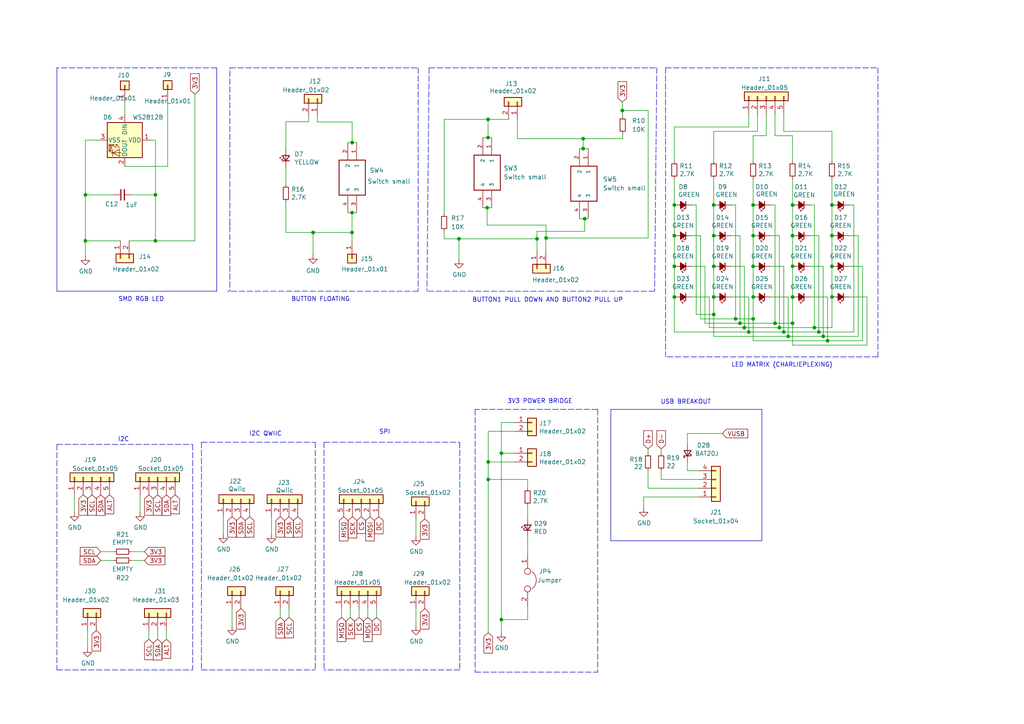
<source format=kicad_sch>
(kicad_sch (version 20230121) (generator eeschema)
  (paper "A4")
  (title_block (title "NEAToBOARD") (date "2023-02-21") (rev "L") (company "halfmarble"))
  (junction (at 45.085 56.515))
  (junction (at 102.1 61.685))
  (junction (at 102.1345 41.365))
  (junction (at 169.1404 40.2165))
  (junction (at 141.605 139.065) (diameter 0.9144))
  (junction (at 237.49 96.2914) (diameter 0.9144))
  (junction (at 145.415 131.445) (diameter 0.9144))
  (junction (at 229.87 86.1314) (diameter 0.9144))
  (junction (at 207.01 91.2114) (diameter 0.9144))
  (junction (at 215.9 95.0214) (diameter 0.9144))
  (junction (at 241.3 59.4614) (diameter 0.9144))
  (junction (at 207.01 59.4614) (diameter 0.9144))
  (junction (at 238.76 97.5614) (diameter 0.9144))
  (junction (at 169.1404 43.12))
  (junction (at 155.7508 69.2722))
  (junction (at 228.6 97.5614) (diameter 0.9144))
  (junction (at 226.06 95.0214) (diameter 0.9144))
  (junction (at 102.1 67.4353))
  (junction (at 195.58 86.1314) (diameter 0.9144))
  (junction (at 141.2874 60.24))
  (junction (at 227.33 96.2914) (diameter 0.9144))
  (junction (at 229.87 77.2414) (diameter 0.9144))
  (junction (at 141.5606 39.92))
  (junction (at 207.01 77.2414) (diameter 0.9144))
  (junction (at 141.5606 34.62))
  (junction (at 218.44 92.4814) (diameter 0.9144))
  (junction (at 24.765 69.85))
  (junction (at 90.8 67.4353))
  (junction (at 133.115 69.2722))
  (junction (at 218.44 86.1314) (diameter 0.9144))
  (junction (at 169.5958 63.44))
  (junction (at 141.605 133.985) (diameter 0.9144))
  (junction (at 158.3923 69.0269))
  (junction (at 180.5 32.0461))
  (junction (at 45.085 69.85))
  (junction (at 214.63 93.7514) (diameter 0.9144))
  (junction (at 24.765 56.515))
  (junction (at 218.44 59.4614) (diameter 0.9144))
  (junction (at 195.58 59.4614) (diameter 0.9144))
  (junction (at 218.44 68.3514) (diameter 0.9144))
  (junction (at 224.79 93.7514) (diameter 0.9144))
  (junction (at 145.415 179.705) (diameter 0.9144))
  (junction (at 218.44 77.2414) (diameter 0.9144))
  (junction (at 229.87 68.3514) (diameter 0.9144))
  (junction (at 236.22 95.0214) (diameter 0.9144))
  (junction (at 240.03 98.8314) (diameter 0.9144))
  (junction (at 229.87 59.4614) (diameter 0.9144))
  (junction (at 207.01 68.3514) (diameter 0.9144))
  (junction (at 229.87 93.7514) (diameter 0.9144))
  (junction (at 241.3 86.1314) (diameter 0.9144))
  (junction (at 195.58 77.2414) (diameter 0.9144))
  (junction (at 241.3 77.2414) (diameter 0.9144))
  (junction (at 241.3 68.3514) (diameter 0.9144))
  (junction (at 217.17 96.2914) (diameter 0.9144))
  (junction (at 207.01 86.1314) (diameter 0.9144))
  (junction (at 213.36 92.4814) (diameter 0.9144))
  (junction (at 195.58 68.3514) (diameter 0.9144))
  (wire (pts (xy 64.77 149.86) (xy 64.77 154.94)))
  (wire (pts (xy 82.92 48.43) (xy 82.92 53.53)))
  (wire (pts (xy 227.33 77.2414) (xy 227.33 96.2914)))
  (wire (pts (xy 229.87 39.37) (xy 229.87 46.7614)))
  (polyline (pts (xy 66.675 56.515) (xy 66.675 84.455)) (stroke (width 0) (type dash)))
  (wire (pts (xy 212.09 68.3514) (xy 214.63 68.3514)))
  (wire (pts (xy 214.63 68.3514) (xy 214.63 93.7514)))
  (wire (pts (xy 38.1 160.02) (xy 41.91 160.02)))
  (wire (pts (xy 40.64 143.51) (xy 40.64 148.59)))
  (wire (pts (xy 213.36 92.4814) (xy 218.44 92.4814)))
  (wire (pts (xy 128.8366 61.0966) (xy 128.8366 34.62)))
  (wire (pts (xy 24.765 56.515) (xy 24.765 69.85)))
  (wire (pts (xy 24.765 40.64) (xy 24.765 56.515)))
  (wire (pts (xy 28.575 40.64) (xy 24.765 40.64)))
  (wire (pts (xy 109.22 176.53) (xy 109.22 179.07)))
  (polyline (pts (xy 58.42 194.31) (xy 91.44 194.31)) (stroke (width 0) (type dash)))
  (wire (pts (xy 217.17 86.1314) (xy 217.17 96.2914)))
  (wire (pts (xy 24.765 69.85) (xy 34.925 69.85)))
  (wire (pts (xy 67.31 181.61) (xy 67.31 176.53)))
  (wire (pts (xy 128.8126 61.9966) (xy 128.8366 61.0966)))
  (wire (pts (xy 102.1345 41.365) (xy 103.425 41.365)))
  (wire (pts (xy 195.58 96.2914) (xy 195.58 86.1314)))
  (polyline (pts (xy 124.46 19.685) (xy 123.825 84.455)) (stroke (width 0) (type dash)))
  (wire (pts (xy 207.01 91.2114) (xy 207.01 86.1314)))
  (polyline (pts (xy 62.865 19.685) (xy 16.51 19.685)) (stroke (width 0) (type dash)))
  (wire (pts (xy 102.1 61.685) (xy 103.425 61.685)))
  (wire (pts (xy 236.22 95.0214) (xy 241.3 95.0214)))
  (wire (pts (xy 187.96 130.175) (xy 187.96 131.445)))
  (polyline (pts (xy 16.51 194.31) (xy 55.88 194.31)) (stroke (width 0) (type dash)))
  (wire (pts (xy 155.775 72.85) (xy 155.7508 72.85)))
  (wire (pts (xy 82.92 58.61) (xy 82.92 67.4353)))
  (wire (pts (xy 207.01 38.1) (xy 207.01 46.7614)))
  (wire (pts (xy 36.195 29.845) (xy 36.195 33.02)))
  (wire (pts (xy 25.4 187.96) (xy 25.4 182.88)))
  (wire (pts (xy 153.035 155.575) (xy 153.035 160.655)))
  (polyline (pts (xy 93.98 128.27) (xy 93.98 194.31)) (stroke (width 0) (type dash)))
  (polyline (pts (xy 190.5 19.685) (xy 189.865 84.455)) (stroke (width 0) (type dash)))
  (wire (pts (xy 180.5 32.8365) (xy 180.6073 33.7365)))
  (wire (pts (xy 90.8 73.9) (xy 90.8 67.4353)))
  (polyline (pts (xy 66.675 64.77) (xy 66.675 65.405)))
  (wire (pts (xy 246.38 59.4614) (xy 247.65 59.4614)))
  (polyline (pts (xy 55.88 128.905) (xy 55.88 194.31)) (stroke (width 0) (type dash)))
  (wire (pts (xy 241.3 95.0214) (xy 241.3 86.1314)))
  (wire (pts (xy 234.95 77.2414) (xy 238.76 77.2414)))
  (wire (pts (xy 200.66 68.3514) (xy 203.2 68.3514)))
  (wire (pts (xy 250.19 98.8314) (xy 240.03 98.8314)))
  (polyline (pts (xy 121.285 19.685) (xy 121.285 84.455)) (stroke (width 0) (type dash)))
  (wire (pts (xy 223.52 68.3514) (xy 226.06 68.3514)))
  (wire (pts (xy 38.1 56.515) (xy 45.085 56.515)))
  (wire (pts (xy 128.8126 69.2722) (xy 133.115 69.2722)))
  (wire (pts (xy 145.415 131.445) (xy 149.225 131.445)))
  (wire (pts (xy 180.5 29.6) (xy 180.5 32.0461)))
  (wire (pts (xy 120.65 181.61) (xy 120.65 176.53)))
  (wire (pts (xy 238.76 97.5614) (xy 228.6 97.5614)))
  (wire (pts (xy 100.885 61.685) (xy 102.1 61.685)))
  (wire (pts (xy 199.39 125.73) (xy 199.39 128.905)))
  (wire (pts (xy 209.55 125.73) (xy 199.39 125.73)))
  (wire (pts (xy 223.52 77.2414) (xy 227.33 77.2414)))
  (wire (pts (xy 153.035 139.065) (xy 141.605 139.065)))
  (wire (pts (xy 78.74 149.86) (xy 78.74 154.94)))
  (wire (pts (xy 215.9 95.0214) (xy 226.06 95.0214)))
  (polyline (pts (xy 62.865 84.455) (xy 16.51 84.455)))
  (polyline (pts (xy 16.51 84.455) (xy 16.51 19.685)))
  (polyline (pts (xy 62.865 19.685) (xy 62.865 84.455)))
  (wire (pts (xy 33.02 162.56) (xy 29.21 162.56)))
  (wire (pts (xy 224.79 93.7514) (xy 229.87 93.7514)))
  (wire (pts (xy 106.68 176.53) (xy 106.68 179.07)))
  (polyline (pts (xy 124.46 19.685) (xy 190.5 19.685)) (stroke (width 0) (type dash)))
  (wire (pts (xy 248.92 68.3514) (xy 248.92 97.5614)))
  (wire (pts (xy 227.33 96.2914) (xy 217.17 96.2914)))
  (polyline (pts (xy 66.675 19.685) (xy 121.285 19.685)) (stroke (width 0) (type dash)))
  (wire (pts (xy 222.25 33.02) (xy 222.25 39.37)))
  (wire (pts (xy 222.25 39.37) (xy 218.44 39.37)))
  (wire (pts (xy 104.14 176.53) (xy 104.14 179.07)))
  (wire (pts (xy 218.44 39.37) (xy 218.44 46.7614)))
  (wire (pts (xy 223.52 86.1314) (xy 228.6 86.1314)))
  (wire (pts (xy 207.01 59.4614) (xy 207.01 68.3514)))
  (polyline (pts (xy 66.675 56.515) (xy 66.675 19.685)) (stroke (width 0) (type dash)))
  (wire (pts (xy 141.605 139.065) (xy 141.605 183.515)))
  (polyline (pts (xy 133.35 128.27) (xy 133.35 194.31)) (stroke (width 0) (type dash)))
  (wire (pts (xy 153.035 139.065) (xy 153.035 141.605)))
  (wire (pts (xy 140.045 60.24) (xy 141.2874 60.24)))
  (polyline (pts (xy 121.285 84.455) (xy 66.04 84.455)) (stroke (width 0) (type dash)))
  (wire (pts (xy 205.74 95.0214) (xy 215.9 95.0214)))
  (wire (pts (xy 169.1404 40.2165) (xy 169.1404 43.12)))
  (wire (pts (xy 102.1345 35.3933) (xy 102.1345 41.365)))
  (wire (pts (xy 246.38 77.2414) (xy 250.19 77.2414)))
  (wire (pts (xy 89.52 33.72) (xy 89.52 35.3069)))
  (wire (pts (xy 224.79 59.4614) (xy 224.79 93.7514)))
  (wire (pts (xy 120.65 150.495) (xy 120.65 155.575)))
  (wire (pts (xy 169.5958 67.1141) (xy 155.7508 67.1141)))
  (wire (pts (xy 202.565 144.145) (xy 186.69 144.145)))
  (wire (pts (xy 186.69 144.145) (xy 186.69 147.32)))
  (wire (pts (xy 92.06 35.3933) (xy 102.1345 35.3933)))
  (wire (pts (xy 141.5606 39.92) (xy 142.585 39.92)))
  (wire (pts (xy 241.3 68.3514) (xy 241.3 77.2414)))
  (wire (pts (xy 195.58 36.83) (xy 195.58 46.7614)))
  (wire (pts (xy 90.8 67.4353) (xy 102.1 67.4353)))
  (wire (pts (xy 187.9951 32.0461) (xy 187.9951 69.0269)))
  (wire (pts (xy 180.5 32.0461) (xy 180.5 32.8365)))
  (wire (pts (xy 153.035 179.705) (xy 145.415 179.705)))
  (wire (pts (xy 241.3 51.8414) (xy 241.3 59.4614)))
  (polyline (pts (xy 91.44 128.27) (xy 91.44 194.31)) (stroke (width 0) (type dash)))
  (wire (pts (xy 217.17 33.02) (xy 217.17 36.83)))
  (wire (pts (xy 217.17 36.83) (xy 195.58 36.83)))
  (wire (pts (xy 218.44 59.4614) (xy 218.44 68.3514)))
  (polyline (pts (xy 173.355 118.745) (xy 173.355 194.945)) (stroke (width 0) (type dash)))
  (wire (pts (xy 203.2 92.4814) (xy 213.36 92.4814)))
  (wire (pts (xy 247.65 59.4614) (xy 247.65 96.2914)))
  (wire (pts (xy 141.5606 39.92) (xy 141.5606 34.62)))
  (wire (pts (xy 212.09 59.4614) (xy 213.36 59.4614)))
  (wire (pts (xy 168.075 63.44) (xy 169.5958 63.44)))
  (wire (pts (xy 41.91 162.56) (xy 38.1 162.56)))
  (polyline (pts (xy 133.35 194.31) (xy 93.98 194.31)) (stroke (width 0) (type dash)))
  (wire (pts (xy 45.085 56.515) (xy 45.085 69.85)))
  (wire (pts (xy 43.815 40.64) (xy 45.085 40.64)))
  (wire (pts (xy 45.085 40.64) (xy 45.085 56.515)))
  (wire (pts (xy 169.5958 63.44) (xy 170.615 63.44)))
  (polyline (pts (xy 193.04 19.685) (xy 254.635 19.685)) (stroke (width 0) (type dash)))
  (wire (pts (xy 204.47 93.7514) (xy 214.63 93.7514)))
  (wire (pts (xy 99.06 176.53) (xy 99.06 179.07)))
  (polyline (pts (xy 173.355 118.745) (xy 137.795 118.745)) (stroke (width 0) (type dash)))
  (wire (pts (xy 207.01 97.5614) (xy 207.01 91.2114)))
  (wire (pts (xy 212.09 77.2414) (xy 215.9 77.2414)))
  (wire (pts (xy 191.77 139.065) (xy 202.565 139.065)))
  (wire (pts (xy 191.77 136.525) (xy 191.77 139.065)))
  (wire (pts (xy 237.49 68.3514) (xy 237.49 96.2914)))
  (wire (pts (xy 102.1 67.4353) (xy 102.1 61.685)))
  (wire (pts (xy 247.65 96.2914) (xy 237.49 96.2914)))
  (wire (pts (xy 180.6073 40.2165) (xy 169.1404 40.2165)))
  (wire (pts (xy 223.52 59.4614) (xy 224.79 59.4614)))
  (wire (pts (xy 191.77 130.175) (xy 191.77 131.445)))
  (wire (pts (xy 203.2 68.3514) (xy 203.2 92.4814)))
  (wire (pts (xy 195.58 77.2414) (xy 195.58 86.1314)))
  (polyline (pts (xy 254.635 19.685) (xy 254.635 103.505)) (stroke (width 0) (type dash)))
  (wire (pts (xy 140.045 39.92) (xy 141.5606 39.92)))
  (wire (pts (xy 218.44 77.2414) (xy 218.44 86.1314)))
  (wire (pts (xy 141.2874 65.292) (xy 158.3923 65.292)))
  (polyline (pts (xy 16.51 128.905) (xy 16.51 194.31)) (stroke (width 0) (type dash)))
  (wire (pts (xy 218.44 51.8414) (xy 218.44 59.4614)))
  (wire (pts (xy 215.9 77.2414) (xy 215.9 95.0214)))
  (wire (pts (xy 248.92 97.5614) (xy 238.76 97.5614)))
  (wire (pts (xy 240.03 98.8314) (xy 218.44 98.8314)))
  (wire (pts (xy 24.765 69.85) (xy 24.765 74.295)))
  (wire (pts (xy 229.87 100.1014) (xy 229.87 93.7514)))
  (wire (pts (xy 202.565 141.605) (xy 187.96 141.605)))
  (wire (pts (xy 187.96 141.605) (xy 187.96 136.525)))
  (wire (pts (xy 240.03 86.1314) (xy 240.03 98.8314)))
  (wire (pts (xy 219.71 33.02) (xy 219.71 38.1)))
  (wire (pts (xy 219.71 38.1) (xy 207.01 38.1)))
  (wire (pts (xy 234.95 86.1314) (xy 240.03 86.1314)))
  (wire (pts (xy 158.315 72.85) (xy 158.315 69.0269)))
  (wire (pts (xy 246.38 86.1314) (xy 251.46 86.1314)))
  (wire (pts (xy 24.765 56.515) (xy 33.02 56.515)))
  (wire (pts (xy 229.87 77.2414) (xy 229.87 86.1314)))
  (wire (pts (xy 168.075 43.12) (xy 169.1404 43.12)))
  (wire (pts (xy 155.7508 69.2722) (xy 133.115 69.2722)))
  (wire (pts (xy 205.74 86.1314) (xy 205.74 95.0214)))
  (wire (pts (xy 228.6 86.1314) (xy 228.6 97.5614)))
  (wire (pts (xy 236.22 59.4614) (xy 236.22 95.0214)))
  (wire (pts (xy 169.1404 40.2165) (xy 150.05 40.2165)))
  (wire (pts (xy 153.035 146.685) (xy 153.035 150.495)))
  (wire (pts (xy 195.58 68.3514) (xy 195.58 77.2414)))
  (wire (pts (xy 141.605 133.985) (xy 149.225 133.985)))
  (polyline (pts (xy 220.98 156.845) (xy 177.165 156.845)))
  (polyline (pts (xy 177.165 118.745) (xy 220.98 118.745)))
  (polyline (pts (xy 220.98 118.745) (xy 220.98 156.845)))
  (polyline (pts (xy 177.165 118.745) (xy 177.165 156.845)))
  (wire (pts (xy 153.035 175.895) (xy 153.035 179.705)))
  (wire (pts (xy 218.44 92.4814) (xy 218.44 86.1314)))
  (wire (pts (xy 45.72 182.88) (xy 45.72 185.42)))
  (wire (pts (xy 101.6 176.53) (xy 101.6 179.07)))
  (wire (pts (xy 234.95 59.4614) (xy 236.22 59.4614)))
  (wire (pts (xy 234.95 68.3514) (xy 237.49 68.3514)))
  (wire (pts (xy 218.44 68.3514) (xy 218.44 77.2414)))
  (wire (pts (xy 89.52 35.3069) (xy 82.92 35.3069)))
  (wire (pts (xy 180.6073 40.2165) (xy 180.6073 38.8165)))
  (wire (pts (xy 155.7508 67.1141) (xy 155.7508 69.2722)))
  (wire (pts (xy 48.6314 29.7501) (xy 48.6314 48.26)))
  (wire (pts (xy 48.6314 48.26) (xy 36.195 48.26)))
  (wire (pts (xy 212.09 86.1314) (xy 217.17 86.1314)))
  (wire (pts (xy 155.7508 72.85) (xy 155.7508 69.2722)))
  (wire (pts (xy 158.3923 69.0269) (xy 187.9951 69.0269)))
  (wire (pts (xy 227.33 33.02) (xy 227.33 38.1)))
  (wire (pts (xy 227.33 38.1) (xy 241.3 38.1)))
  (wire (pts (xy 241.3 38.1) (xy 241.3 46.7614)))
  (wire (pts (xy 92.06 33.72) (xy 92.06 35.3933)))
  (wire (pts (xy 180.5 32.0461) (xy 187.9951 32.0461)))
  (wire (pts (xy 45.085 69.85) (xy 56.515 69.85)))
  (wire (pts (xy 56.515 69.85) (xy 56.515 27.305)))
  (wire (pts (xy 141.5606 34.62) (xy 147.51 34.62)))
  (wire (pts (xy 241.3 59.4614) (xy 241.3 68.3514)))
  (wire (pts (xy 21.59 143.51) (xy 21.59 148.59)))
  (wire (pts (xy 207.01 77.2414) (xy 207.01 86.1314)))
  (wire (pts (xy 100.885 41.365) (xy 102.1345 41.365)))
  (wire (pts (xy 141.605 125.095) (xy 141.605 133.985)))
  (wire (pts (xy 145.415 131.445) (xy 145.415 179.705)))
  (wire (pts (xy 83.82 176.53) (xy 83.82 179.07)))
  (wire (pts (xy 141.605 133.985) (xy 141.605 139.065)))
  (wire (pts (xy 229.87 51.8414) (xy 229.87 59.4614)))
  (polyline (pts (xy 58.42 128.27) (xy 91.44 128.27)) (stroke (width 0) (type dash)))
  (polyline (pts (xy 193.04 19.685) (xy 193.04 103.505)) (stroke (width 0) (type dash)))
  (wire (pts (xy 241.3 77.2414) (xy 241.3 86.1314)))
  (wire (pts (xy 204.47 77.2414) (xy 204.47 93.7514)))
  (wire (pts (xy 82.92 67.4353) (xy 90.8 67.4353)))
  (wire (pts (xy 169.1404 43.12) (xy 170.615 43.12)))
  (wire (pts (xy 213.36 59.4614) (xy 213.36 92.4814)))
  (wire (pts (xy 251.46 86.1314) (xy 251.46 100.1014)))
  (wire (pts (xy 218.44 98.8314) (xy 218.44 92.4814)))
  (wire (pts (xy 251.46 100.1014) (xy 229.87 100.1014)))
  (wire (pts (xy 37.465 69.85) (xy 45.085 69.85)))
  (polyline (pts (xy 254.635 103.505) (xy 193.04 103.505)) (stroke (width 0) (type dash)))
  (wire (pts (xy 150.05 34.62) (xy 150.05 40.2165)))
  (wire (pts (xy 29.21 160.02) (xy 33.02 160.02)))
  (polyline (pts (xy 16.51 128.905) (xy 55.88 128.905)) (stroke (width 0) (type dash)))
  (wire (pts (xy 226.06 95.0214) (xy 236.22 95.0214)))
  (polyline (pts (xy 137.795 194.945) (xy 173.355 194.945)) (stroke (width 0) (type dash)))
  (wire (pts (xy 149.225 125.095) (xy 141.605 125.095)))
  (wire (pts (xy 229.87 93.7514) (xy 229.87 86.1314)))
  (wire (pts (xy 195.58 51.8414) (xy 195.58 59.4614)))
  (wire (pts (xy 169.5958 63.44) (xy 169.5958 67.1141)))
  (wire (pts (xy 200.66 86.1314) (xy 205.74 86.1314)))
  (wire (pts (xy 226.06 68.3514) (xy 226.06 95.0214)))
  (wire (pts (xy 214.63 93.7514) (xy 224.79 93.7514)))
  (wire (pts (xy 217.17 96.2914) (xy 195.58 96.2914)))
  (wire (pts (xy 228.6 97.5614) (xy 207.01 97.5614)))
  (wire (pts (xy 141.2874 60.24) (xy 141.2874 65.292)))
  (wire (pts (xy 237.49 96.2914) (xy 227.33 96.2914)))
  (wire (pts (xy 102.1 69.92) (xy 102.1 67.4353)))
  (wire (pts (xy 200.66 59.4614) (xy 201.93 59.4614)))
  (wire (pts (xy 149.225 122.555) (xy 145.415 122.555)))
  (polyline (pts (xy 58.42 128.27) (xy 58.42 194.31)) (stroke (width 0) (type dash)))
  (wire (pts (xy 250.19 77.2414) (xy 250.19 98.8314)))
  (wire (pts (xy 158.3923 65.292) (xy 158.3923 69.0269)))
  (wire (pts (xy 201.93 91.2114) (xy 207.01 91.2114)))
  (wire (pts (xy 224.79 33.02) (xy 224.79 39.37)))
  (wire (pts (xy 224.79 39.37) (xy 229.87 39.37)))
  (wire (pts (xy 195.58 59.4614) (xy 195.58 68.3514)))
  (wire (pts (xy 246.38 68.3514) (xy 248.92 68.3514)))
  (polyline (pts (xy 93.98 128.27) (xy 133.35 128.27)) (stroke (width 0) (type dash)))
  (wire (pts (xy 48.26 182.88) (xy 48.26 185.42)))
  (wire (pts (xy 238.76 77.2414) (xy 238.76 97.5614)))
  (wire (pts (xy 207.01 68.3514) (xy 207.01 77.2414)))
  (wire (pts (xy 201.93 59.4614) (xy 201.93 91.2114)))
  (polyline (pts (xy 137.795 118.745) (xy 137.795 194.945)) (stroke (width 0) (type dash)))
  (wire (pts (xy 43.18 182.88) (xy 43.18 185.42)))
  (wire (pts (xy 145.415 122.555) (xy 145.415 131.445)))
  (wire (pts (xy 229.87 68.3514) (xy 229.87 77.2414)))
  (wire (pts (xy 141.2874 60.24) (xy 142.585 60.24)))
  (wire (pts (xy 128.8366 34.62) (xy 141.5606 34.62)))
  (wire (pts (xy 199.39 133.985) (xy 199.39 136.525)))
  (wire (pts (xy 199.39 136.525) (xy 202.565 136.525)))
  (wire (pts (xy 207.01 51.8414) (xy 207.01 59.4614)))
  (wire (pts (xy 200.66 77.2414) (xy 204.47 77.2414)))
  (wire (pts (xy 229.87 59.4614) (xy 229.87 68.3514)))
  (wire (pts (xy 158.315 69.0269) (xy 158.3923 69.0269)))
  (wire (pts (xy 81.28 176.53) (xy 81.28 179.07)))
  (polyline (pts (xy 189.865 84.455) (xy 123.825 84.455)) (stroke (width 0) (type dash)))
  (wire (pts (xy 82.92 35.3069) (xy 82.92 43.35)))
  (wire (pts (xy 133.115 75.265) (xy 133.115 69.2722)))
  (wire (pts (xy 145.415 179.705) (xy 145.415 183.515)))
  (wire (pts (xy 128.8126 67.0766) (xy 128.8126 69.2722)))
  (text "I2C QWIIC" (at 72.2459 126.6614 0) (effects (font (size 1.27 1.27)) (justify left bottom)))
  (text "LED MATRIX (CHARLIEPLEXING)" (at 212.09 106.68 0) (effects (font (size 1.27 1.27)) (justify left bottom)))
  (text "USB BREAKOUT" (at 191.5906 117.4126 0) (effects (font (size 1.27 1.27)) (justify left bottom)))
  (text "I2C" (at 34.1837 128.27 0) (effects (font (size 1.27 1.27)) (justify left bottom)))
  (text "BUTTON FLOATING" (at 84.455 87.63 0) (effects (font (size 1.27 1.27)) (justify left bottom)))
  (text "SMD RGB LED" (at 34.29 87.63 0) (effects (font (size 1.27 1.27)) (justify left bottom)))
  (text "3V3 POWER BRIDGE" (at 147.1253 117.2347 0) (effects (font (size 1.27 1.27)) (justify left bottom)))
  (text "SPI" (at 109.9524 126.1278 0) (effects (font (size 1.27 1.27)) (justify left bottom)))
  (text "BUTTON1 PULL DOWN AND BUTTON2 PULL UP" (at 136.94 87.83 0) (effects (font (size 1.27 1.27)) (justify left bottom)))
  (global_label "VUSB" (shape input) (at 209.55 125.73 0) (property "Intersheetrefs" "${INTERSHEET_REFS}" (effects hide)))
  (global_label "MISO" (shape input) (at 99.695 149.86 270) (property "Intersheetrefs" "${INTERSHEET_REFS}" (effects hide)))
  (global_label "SCL" (shape input) (at 26.67 143.51 270) (property "Intersheetrefs" "${INTERSHEET_REFS}" (effects hide)))
  (global_label "CS" (shape input) (at 104.14 179.07 270) (property "Intersheetrefs" "${INTERSHEET_REFS}" (effects hide)))
  (global_label "SDA" (shape input) (at 48.26 143.51 270) (property "Intersheetrefs" "${INTERSHEET_REFS}" (effects hide)))
  (global_label "ALT" (shape input) (at 31.75 143.51 270) (property "Intersheetrefs" "${INTERSHEET_REFS}" (effects hide)))
  (global_label "SCL" (shape input) (at 45.72 143.51 270) (property "Intersheetrefs" "${INTERSHEET_REFS}" (effects hide)))
  (global_label "3V3" (shape input) (at 69.85 176.53 270) (property "Intersheetrefs" "${INTERSHEET_REFS}" (effects hide)))
  (global_label "SDA" (shape input) (at 29.21 143.51 270) (property "Intersheetrefs" "${INTERSHEET_REFS}" (effects hide)))
  (global_label "SDA" (shape input) (at 29.21 162.56 180) (property "Intersheetrefs" "${INTERSHEET_REFS}" (effects hide)))
  (global_label "MOSI" (shape input) (at 107.315 149.86 270) (property "Intersheetrefs" "${INTERSHEET_REFS}" (effects hide)))
  (global_label "3V3" (shape input) (at 123.19 176.53 270) (property "Intersheetrefs" "${INTERSHEET_REFS}" (effects hide)))
  (global_label "CS" (shape input) (at 104.775 149.86 270) (property "Intersheetrefs" "${INTERSHEET_REFS}" (effects hide)))
  (global_label "3V3" (shape input) (at 67.31 149.86 270) (property "Intersheetrefs" "${INTERSHEET_REFS}" (effects hide)))
  (global_label "SDA" (shape input) (at 83.82 149.86 270) (property "Intersheetrefs" "${INTERSHEET_REFS}" (effects hide)))
  (global_label "SCL" (shape input) (at 83.82 179.07 270) (property "Intersheetrefs" "${INTERSHEET_REFS}" (effects hide)))
  (global_label "D+" (shape input) (at 187.96 130.175 90) (property "Intersheetrefs" "${INTERSHEET_REFS}" (effects hide)))
  (global_label "3V3" (shape input) (at 180.5 29.6 90) (property "Intersheetrefs" "${INTERSHEET_REFS}" (effects hide)))
  (global_label "3V3" (shape input) (at 41.91 160.02 0) (property "Intersheetrefs" "${INTERSHEET_REFS}" (effects hide)))
  (global_label "SDA" (shape input) (at 81.28 179.07 270) (property "Intersheetrefs" "${INTERSHEET_REFS}" (effects hide)))
  (global_label "ALT" (shape input) (at 50.8 143.51 270) (property "Intersheetrefs" "${INTERSHEET_REFS}" (effects hide)))
  (global_label "3V3" (shape input) (at 27.94 182.88 270) (property "Intersheetrefs" "${INTERSHEET_REFS}" (effects hide)))
  (global_label "SCL" (shape input) (at 72.39 149.86 270) (property "Intersheetrefs" "${INTERSHEET_REFS}" (effects hide)))
  (global_label "3V3" (shape input) (at 56.515 27.305 90) (property "Intersheetrefs" "${INTERSHEET_REFS}" (effects hide)))
  (global_label "MOSI" (shape input) (at 106.68 179.07 270) (property "Intersheetrefs" "${INTERSHEET_REFS}" (effects hide)))
  (global_label "DC" (shape input) (at 109.22 179.07 270) (property "Intersheetrefs" "${INTERSHEET_REFS}" (effects hide)))
  (global_label "DC" (shape input) (at 109.855 149.86 270) (property "Intersheetrefs" "${INTERSHEET_REFS}" (effects hide)))
  (global_label "MISO" (shape input) (at 99.06 179.07 270) (property "Intersheetrefs" "${INTERSHEET_REFS}" (effects hide)))
  (global_label "3V3" (shape input) (at 41.91 162.56 0) (property "Intersheetrefs" "${INTERSHEET_REFS}" (effects hide)))
  (global_label "SCK" (shape input) (at 101.6 179.07 270) (property "Intersheetrefs" "${INTERSHEET_REFS}" (effects hide)))
  (global_label "3V3" (shape input) (at 81.28 149.86 270) (property "Intersheetrefs" "${INTERSHEET_REFS}" (effects hide)))
  (global_label "ALT" (shape input) (at 48.26 185.42 270) (property "Intersheetrefs" "${INTERSHEET_REFS}" (effects hide)))
  (global_label "3V3" (shape input) (at 43.18 143.51 270) (property "Intersheetrefs" "${INTERSHEET_REFS}" (effects hide)))
  (global_label "3V3" (shape input) (at 141.605 183.515 270) (property "Intersheetrefs" "${INTERSHEET_REFS}" (effects hide)))
  (global_label "SDA" (shape input) (at 69.85 149.86 270) (property "Intersheetrefs" "${INTERSHEET_REFS}" (effects hide)))
  (global_label "D-" (shape input) (at 191.77 130.175 90) (property "Intersheetrefs" "${INTERSHEET_REFS}" (effects hide)))
  (global_label "3V3" (shape input) (at 24.13 143.51 270) (property "Intersheetrefs" "${INTERSHEET_REFS}" (effects hide)))
  (global_label "SCL" (shape input) (at 43.18 185.42 270) (property "Intersheetrefs" "${INTERSHEET_REFS}" (effects hide)))
  (global_label "SDA" (shape input) (at 45.72 185.42 270) (property "Intersheetrefs" "${INTERSHEET_REFS}" (effects hide)))
  (global_label "SCL" (shape input) (at 29.21 160.02 180) (property "Intersheetrefs" "${INTERSHEET_REFS}" (effects hide)))
  (global_label "3V3" (shape input) (at 123.19 150.495 270) (property "Intersheetrefs" "${INTERSHEET_REFS}" (effects hide)))
  (global_label "SCK" (shape input) (at 102.235 149.86 270) (property "Intersheetrefs" "${INTERSHEET_REFS}" (effects hide)))
  (global_label "SCL" (shape input) (at 86.36 149.86 270) (property "Intersheetrefs" "${INTERSHEET_REFS}" (effects hide)))
  (symbol (lib_id "Device:R_Small") (at 195.58 49.3014 0) (unit 1)
    (property "Reference" "R11" (at 197.0786 48.133 0) (effects (justify left)))
    (property "Value" "2.7K" (at 197.0786 50.4444 0) (effects (justify left)))
    (property "Footprint" "HalfMarble:R_0805_2012Metric_Pad1.20x1.40mm_HandSolder" (effects hide))
    (property "LCSC" "C17530" (effects hide))
    (property "MANUFACTURER_NAME" "Uniroyal Elec" (effects hide))
    (property "MANUFACTURER_PART_NUMBER" "0805W8F2701T5E" (effects hide))
  )
  (symbol (lib_id "Device:R_Small") (at 207.01 49.3014 0) (unit 1)
    (property "Reference" "R12" (at 208.5086 48.133 0) (effects (justify left)))
    (property "Value" "2.7K" (at 208.5086 50.4444 0) (effects (justify left)))
    (property "Footprint" "HalfMarble:R_0805_2012Metric_Pad1.20x1.40mm_HandSolder" (effects hide))
    (property "LCSC" "C17530" (effects hide))
    (property "MANUFACTURER_NAME" "Uniroyal Elec" (effects hide))
    (property "MANUFACTURER_PART_NUMBER" "0805W8F2701T5E" (effects hide))
  )
  (symbol (lib_id "Device:R_Small") (at 218.44 49.3014 0) (unit 1)
    (property "Reference" "R13" (at 219.9386 48.133 0) (effects (justify left)))
    (property "Value" "2.7K" (at 219.9386 50.4444 0) (effects (justify left)))
    (property "Footprint" "HalfMarble:R_0805_2012Metric_Pad1.20x1.40mm_HandSolder" (effects hide))
    (property "LCSC" "C17530" (effects hide))
    (property "MANUFACTURER_NAME" "Uniroyal Elec" (effects hide))
    (property "MANUFACTURER_PART_NUMBER" "0805W8F2701T5E" (effects hide))
  )
  (symbol (lib_id "Connector_Generic:Conn_01x02") (at 154.305 122.555 0) (unit 1)
    (property "Reference" "J17" (at 156.337 122.7582 0) (effects (justify left)))
    (property "Value" "Header_01x02" (at 156.337 125.0696 0) (effects (justify left)))
    (property "Footprint" "HalfMarble:PinHeader_1x02_P2.54mm_Vertical" (effects hide))
    (property "LCSC" "C113597" (effects hide))
    (property "MANUFACTURER_NAME" "Nextron(Nextronics Engineering)" (effects hide))
  )
  (symbol (lib_id "Connector_Generic:Conn_01x02") (at 154.305 131.445 0) (unit 1)
    (property "Reference" "J18" (at 156.337 131.6482 0) (effects (justify left)))
    (property "Value" "Header_01x02" (at 156.337 133.9596 0) (effects (justify left)))
    (property "Footprint" "HalfMarble:PinHeader_1x02_P2.54mm_Vertical" (effects hide))
    (property "LCSC" "C113597" (effects hide))
    (property "MANUFACTURER_NAME" "Nextron(Nextronics Engineering)" (effects hide))
  )
  (symbol (lib_id "Connector_Generic:Conn_01x01") (at 36.195 24.765 90) (unit 1)
    (property "Reference" "J10" (at 34.026 21.8242 90) (effects (justify right)))
    (property "Value" "Header_01x01" (at 25.9501 28.4955 90) (effects (justify right)))
    (property "Footprint" "HalfMarble:PinHeader_1x01_P2.54mm_Small" (effects hide))
    (property "LCSC" "C113597" (effects hide))
    (property "MANUFACTURER_NAME" "Nextron(Nextronics Engineering)" (effects hide))
  )
  (symbol (lib_id "power:GND") (at 24.765 74.295 0) (unit 1)
    (property "Reference" "#PWR025" (effects hide))
    (property "Value" "GND" (at 24.892 78.6892 0))
  )
  (symbol (lib_id "Device:R_Small") (at 229.87 49.3014 0) (unit 1)
    (property "Reference" "R14" (at 231.3686 48.133 0) (effects (justify left)))
    (property "Value" "2.7K" (at 231.3686 50.4444 0) (effects (justify left)))
    (property "Footprint" "HalfMarble:R_0805_2012Metric_Pad1.20x1.40mm_HandSolder" (effects hide))
    (property "LCSC" "C17530" (effects hide))
    (property "MANUFACTURER_NAME" "Uniroyal Elec" (effects hide))
    (property "MANUFACTURER_PART_NUMBER" "0805W8F2701T5E" (effects hide))
  )
  (symbol (lib_id "Device:R_Small") (at 241.3 49.3014 0) (unit 1)
    (property "Reference" "R15" (at 242.7986 48.133 0) (effects (justify left)))
    (property "Value" "2.7K" (at 242.7986 50.4444 0) (effects (justify left)))
    (property "Footprint" "HalfMarble:R_0805_2012Metric_Pad1.20x1.40mm_HandSolder" (effects hide))
    (property "LCSC" "C17530" (effects hide))
    (property "MANUFACTURER_NAME" "Uniroyal Elec" (effects hide))
    (property "MANUFACTURER_PART_NUMBER" "0805W8F2701T5E" (effects hide))
  )
  (symbol (lib_id "power:GND") (at 78.74 154.94 0) (unit 1)
    (property "Reference" "#PWR031" (effects hide))
    (property "Value" "GND" (at 78.867 159.3342 0))
  )
  (symbol (lib_id "Connector_Generic:Conn_01x04") (at 81.28 144.78 90) (unit 1)
    (property "Reference" "J23" (at 84.102 139.9882 90) (effects (justify left)))
    (property "Value" "Qwiic" (at 85.1797 142.2207 90) (effects (justify left)))
    (property "Footprint" "HalfMarble:CONN_BM04B-SRSS-TB(LF)(SN)" (effects hide))
    (property "LCSC" "C160390" (effects hide))
    (property "MANUFACTURER_NAME" "JST Sales America" (effects hide))
    (property "MANUFACTURER_PART_NUMBER" "BM04B-SRSS-TB(LF)(SN)" (effects hide))
  )
  (symbol (lib_id "NEAToBOARD_ESP32-rescue:LED_Small_ALT-Device") (at 198.12 59.4614 180) (unit 1)
    (property "Reference" "D8" (at 198.12 54.2036 0))
    (property "Value" "GREEN" (at 199.8441 56.4487 0))
    (property "Footprint" "HalfMarble:LED_0805_2012Metric_Pad1.15x1.40mm_HandSolder" (effects hide))
    (property "LCSC" "C965815" (effects hide))
    (property "MANUFACTURER_NAME" "XINGLIGHT" (effects hide))
    (property "MANUFACTURER_PART_NUMBER" "XL-2012UGC" (effects hide))
  )
  (symbol (lib_id "NEAToBOARD_ESP32-rescue:LED_Small_ALT-Device") (at 209.55 59.4614 180) (unit 1)
    (property "Reference" "D9" (at 209.55 54.2036 0))
    (property "Value" "GREEN" (at 210.7022 56.4487 0))
    (property "Footprint" "HalfMarble:LED_0805_2012Metric_Pad1.15x1.40mm_HandSolder" (effects hide))
    (property "LCSC" "C965815" (effects hide))
    (property "MANUFACTURER_NAME" "XINGLIGHT" (effects hide))
    (property "MANUFACTURER_PART_NUMBER" "XL-2012UGC" (effects hide))
  )
  (symbol (lib_id "NEAToBOARD_ESP32-rescue:LED_Small_ALT-Device") (at 198.12 68.3514 180) (unit 1)
    (property "Reference" "D13" (at 198.12 63.0936 0))
    (property "Value" "GREEN" (at 198.12 65.405 0))
    (property "Footprint" "HalfMarble:LED_0805_2012Metric_Pad1.15x1.40mm_HandSolder" (effects hide))
    (property "LCSC" "C965815" (effects hide))
    (property "MANUFACTURER_NAME" "XINGLIGHT" (effects hide))
    (property "MANUFACTURER_PART_NUMBER" "XL-2012UGC" (effects hide))
  )
  (symbol (lib_id "NEAToBOARD_ESP32-rescue:LED_Small_ALT-Device") (at 209.55 68.3514 180) (unit 1)
    (property "Reference" "D14" (at 209.55 63.0936 0))
    (property "Value" "GREEN" (at 209.55 65.405 0))
    (property "Footprint" "HalfMarble:LED_0805_2012Metric_Pad1.15x1.40mm_HandSolder" (effects hide))
    (property "LCSC" "C965815" (effects hide))
    (property "MANUFACTURER_NAME" "XINGLIGHT" (effects hide))
    (property "MANUFACTURER_PART_NUMBER" "XL-2012UGC" (effects hide))
  )
  (symbol (lib_id "NEAToBOARD_ESP32-rescue:LED_Small_ALT-Device") (at 220.98 68.3514 180) (unit 1)
    (property "Reference" "D15" (at 220.98 63.0936 0))
    (property "Value" "GREEN" (at 220.98 65.405 0))
    (property "Footprint" "HalfMarble:LED_0805_2012Metric_Pad1.15x1.40mm_HandSolder" (effects hide))
    (property "LCSC" "C965815" (effects hide))
    (property "MANUFACTURER_NAME" "XINGLIGHT" (effects hide))
    (property "MANUFACTURER_PART_NUMBER" "XL-2012UGC" (effects hide))
  )
  (symbol (lib_id "NEAToBOARD_ESP32-rescue:LED_Small_ALT-Device") (at 220.98 59.4614 180) (unit 1)
    (property "Reference" "D10" (at 220.98 54.2036 0))
    (property "Value" "GREEN" (at 222.4049 56.328 0))
    (property "Footprint" "HalfMarble:LED_0805_2012Metric_Pad1.15x1.40mm_HandSolder" (effects hide))
    (property "LCSC" "C965815" (effects hide))
    (property "MANUFACTURER_NAME" "XINGLIGHT" (effects hide))
    (property "MANUFACTURER_PART_NUMBER" "XL-2012UGC" (effects hide))
  )
  (symbol (lib_id "NEAToBOARD_ESP32-rescue:LED_Small_ALT-Device") (at 232.41 68.3514 180) (unit 1)
    (property "Reference" "D16" (at 232.41 63.0936 0))
    (property "Value" "GREEN" (at 232.41 65.405 0))
    (property "Footprint" "HalfMarble:LED_0805_2012Metric_Pad1.15x1.40mm_HandSolder" (effects hide))
    (property "LCSC" "C965815" (effects hide))
    (property "MANUFACTURER_NAME" "XINGLIGHT" (effects hide))
    (property "MANUFACTURER_PART_NUMBER" "XL-2012UGC" (effects hide))
  )
  (symbol (lib_id "NEAToBOARD_ESP32-rescue:LED_Small_ALT-Device") (at 243.84 68.3514 180) (unit 1)
    (property "Reference" "D17" (at 243.84 63.0936 0))
    (property "Value" "GREEN" (at 243.84 65.405 0))
    (property "Footprint" "HalfMarble:LED_0805_2012Metric_Pad1.15x1.40mm_HandSolder" (effects hide))
    (property "LCSC" "C965815" (effects hide))
    (property "MANUFACTURER_NAME" "XINGLIGHT" (effects hide))
    (property "MANUFACTURER_PART_NUMBER" "XL-2012UGC" (effects hide))
  )
  (symbol (lib_id "NEAToBOARD_ESP32-rescue:LED_Small_ALT-Device") (at 198.12 77.2414 180) (unit 1)
    (property "Reference" "D18" (at 198.12 71.9836 0))
    (property "Value" "GREEN" (at 198.12 74.295 0))
    (property "Footprint" "HalfMarble:LED_0805_2012Metric_Pad1.15x1.40mm_HandSolder" (effects hide))
    (property "LCSC" "C965815" (effects hide))
    (property "MANUFACTURER_NAME" "XINGLIGHT" (effects hide))
    (property "MANUFACTURER_PART_NUMBER" "XL-2012UGC" (effects hide))
  )
  (symbol (lib_id "NEAToBOARD_ESP32-rescue:LED_Small_ALT-Device") (at 209.55 77.2414 180) (unit 1)
    (property "Reference" "D19" (at 209.55 71.9836 0))
    (property "Value" "GREEN" (at 209.55 74.295 0))
    (property "Footprint" "HalfMarble:LED_0805_2012Metric_Pad1.15x1.40mm_HandSolder" (effects hide))
    (property "LCSC" "C965815" (effects hide))
    (property "MANUFACTURER_NAME" "XINGLIGHT" (effects hide))
    (property "MANUFACTURER_PART_NUMBER" "XL-2012UGC" (effects hide))
  )
  (symbol (lib_id "Connector_Generic:Conn_01x05") (at 104.775 144.78 270) (mirror x) (unit 1)
    (property "Reference" "J24" (at 104.14 139.7 90))
    (property "Value" "Socket_01x05" (at 104.5464 142.24 90))
    (property "Footprint" "HalfMarble:PinSocket_1x05_P2.54mm_Vertical" (effects hide))
    (property "LCSC" "C50950" (effects hide))
    (property "MANUFACTURER_NAME" "BOOMELE(Boom Precision Elec)" (effects hide))
  )
  (symbol (lib_id "NEAToBOARD_ESP32-rescue:LED_Small_ALT-Device") (at 232.41 59.4614 180) (unit 1)
    (property "Reference" "D11" (at 232.41 54.2036 0))
    (property "Value" "GREEN" (at 233.2631 56.5693 0))
    (property "Footprint" "HalfMarble:LED_0805_2012Metric_Pad1.15x1.40mm_HandSolder" (effects hide))
    (property "LCSC" "C965815" (effects hide))
    (property "MANUFACTURER_NAME" "XINGLIGHT" (effects hide))
    (property "MANUFACTURER_PART_NUMBER" "XL-2012UGC" (effects hide))
  )
  (symbol (lib_id "NEAToBOARD_ESP32-rescue:LED_Small_ALT-Device") (at 243.84 77.2414 180) (unit 1)
    (property "Reference" "D22" (at 243.84 71.9836 0))
    (property "Value" "GREEN" (at 243.84 74.295 0))
    (property "Footprint" "HalfMarble:LED_0805_2012Metric_Pad1.15x1.40mm_HandSolder" (effects hide))
    (property "LCSC" "C965815" (effects hide))
    (property "MANUFACTURER_NAME" "XINGLIGHT" (effects hide))
    (property "MANUFACTURER_PART_NUMBER" "XL-2012UGC" (effects hide))
  )
  (symbol (lib_id "NEAToBOARD_ESP32-rescue:LED_Small_ALT-Device") (at 198.12 86.1314 180) (unit 1)
    (property "Reference" "D23" (at 198.12 80.8736 0))
    (property "Value" "GREEN" (at 198.12 83.185 0))
    (property "Footprint" "HalfMarble:LED_0805_2012Metric_Pad1.15x1.40mm_HandSolder" (effects hide))
    (property "LCSC" "C965815" (effects hide))
    (property "MANUFACTURER_NAME" "XINGLIGHT" (effects hide))
    (property "MANUFACTURER_PART_NUMBER" "XL-2012UGC" (effects hide))
  )
  (symbol (lib_id "NEAToBOARD_ESP32-rescue:LED_Small_ALT-Device") (at 232.41 77.2414 180) (unit 1)
    (property "Reference" "D21" (at 232.41 71.9836 0))
    (property "Value" "GREEN" (at 232.41 74.295 0))
    (property "Footprint" "HalfMarble:LED_0805_2012Metric_Pad1.15x1.40mm_HandSolder" (effects hide))
    (property "LCSC" "C965815" (effects hide))
    (property "MANUFACTURER_NAME" "XINGLIGHT" (effects hide))
    (property "MANUFACTURER_PART_NUMBER" "XL-2012UGC" (effects hide))
  )
  (symbol (lib_id "NEAToBOARD_ESP32-rescue:LED_Small_ALT-Device") (at 220.98 77.2414 180) (unit 1)
    (property "Reference" "D20" (at 220.98 71.9836 0))
    (property "Value" "GREEN" (at 220.98 74.295 0))
    (property "Footprint" "HalfMarble:LED_0805_2012Metric_Pad1.15x1.40mm_HandSolder" (effects hide))
    (property "LCSC" "C965815" (effects hide))
    (property "MANUFACTURER_NAME" "XINGLIGHT" (effects hide))
    (property "MANUFACTURER_PART_NUMBER" "XL-2012UGC" (effects hide))
  )
  (symbol (lib_id "NEAToBOARD_ESP32-rescue:LED_Small_ALT-Device") (at 209.55 86.1314 180) (unit 1)
    (property "Reference" "D24" (at 209.55 80.8736 0))
    (property "Value" "GREEN" (at 209.55 83.185 0))
    (property "Footprint" "HalfMarble:LED_0805_2012Metric_Pad1.15x1.40mm_HandSolder" (effects hide))
    (property "LCSC" "C965815" (effects hide))
    (property "MANUFACTURER_NAME" "XINGLIGHT" (effects hide))
    (property "MANUFACTURER_PART_NUMBER" "XL-2012UGC" (effects hide))
  )
  (symbol (lib_id "NEAToBOARD_ESP32-rescue:LED_Small_ALT-Device") (at 220.98 86.1314 180) (unit 1)
    (property "Reference" "D25" (at 220.98 80.8736 0))
    (property "Value" "GREEN" (at 220.98 83.185 0))
    (property "Footprint" "HalfMarble:LED_0805_2012Metric_Pad1.15x1.40mm_HandSolder" (effects hide))
    (property "LCSC" "C965815" (effects hide))
    (property "MANUFACTURER_NAME" "XINGLIGHT" (effects hide))
    (property "MANUFACTURER_PART_NUMBER" "XL-2012UGC" (effects hide))
  )
  (symbol (lib_id "NEAToBOARD_ESP32-rescue:LED_Small_ALT-Device") (at 232.41 86.1314 180) (unit 1)
    (property "Reference" "D26" (at 232.41 80.8736 0))
    (property "Value" "GREEN" (at 232.41 83.185 0))
    (property "Footprint" "HalfMarble:LED_0805_2012Metric_Pad1.15x1.40mm_HandSolder" (effects hide))
    (property "LCSC" "C965815" (effects hide))
    (property "MANUFACTURER_NAME" "XINGLIGHT" (effects hide))
    (property "MANUFACTURER_PART_NUMBER" "XL-2012UGC" (effects hide))
  )
  (symbol (lib_id "NEAToBOARD_ESP32-rescue:LED_Small_ALT-Device") (at 243.84 86.1314 180) (unit 1)
    (property "Reference" "D27" (at 243.84 80.8736 0))
    (property "Value" "GREEN" (at 243.84 83.185 0))
    (property "Footprint" "HalfMarble:LED_0805_2012Metric_Pad1.15x1.40mm_HandSolder" (effects hide))
    (property "LCSC" "C965815" (effects hide))
    (property "MANUFACTURER_NAME" "XINGLIGHT" (effects hide))
    (property "MANUFACTURER_PART_NUMBER" "XL-2012UGC" (effects hide))
  )
  (symbol (lib_id "NEAToBOARD_ESP32-rescue:LED_Small_ALT-Device") (at 243.84 59.4614 180) (unit 1)
    (property "Reference" "D12" (at 243.84 54.2036 0))
    (property "Value" "GREEN" (at 244.8452 56.328 0))
    (property "Footprint" "HalfMarble:LED_0805_2012Metric_Pad1.15x1.40mm_HandSolder" (effects hide))
    (property "LCSC" "C965815" (effects hide))
    (property "MANUFACTURER_NAME" "XINGLIGHT" (effects hide))
    (property "MANUFACTURER_PART_NUMBER" "XL-2012UGC" (effects hide))
  )
  (symbol (lib_id "PTS810SJK250SMTRLFS:PTS810SJK250SMTRLFS") (at 142.585 39.92 270) (unit 1)
    (property "Reference" "SW3" (at 146.05 48.8099 90) (effects (justify left)))
    (property "Value" "Switch small" (at 146.05 51.3499 90) (effects (justify left)))
    (property "Footprint" "HalfMarble:PTS810SJG250SMTRLFS" (effects hide))
    (property "MANUFACTURER_NAME" "Korean Hroparts Elec" (effects hide))
    (property "MANUFACTURER_PART_NUMBER" "K2-1808SN-A4SW-01" (effects hide))
    (property "LCSC" "C92589" (effects hide))
  )
  (symbol (lib_id "Device:R_Small") (at 35.56 160.02 270) (unit 1) (in_bom no) (on_board no)
    (property "Reference" "R21" (at 35.56 155.0416 90))
    (property "Value" "EMPTY" (at 35.56 157.353 90))
    (property "Footprint" "HalfMarble:R_0805_2012Metric_Pad1.20x1.40mm_HandSolder" (effects hide))
  )
  (symbol (lib_id "power:GND") (at 145.415 183.515 0) (unit 1)
    (property "Reference" "#PWR035" (effects hide))
    (property "Value" "GND" (at 145.542 187.9092 0))
  )
  (symbol (lib_id "Device:R_Small") (at 153.035 144.145 0) (unit 1)
    (property "Reference" "R20" (at 154.5336 142.9766 0) (effects (justify left)))
    (property "Value" "2.7K" (at 154.5336 145.288 0) (effects (justify left)))
    (property "Footprint" "HalfMarble:R_0805_2012Metric_Pad1.20x1.40mm_HandSolder" (effects hide))
    (property "LCSC" "C17530" (effects hide))
    (property "MANUFACTURER_NAME" "Uniroyal Elec" (effects hide))
    (property "MANUFACTURER_PART_NUMBER" "0805W8F2701T5E" (effects hide))
  )
  (symbol (lib_id "Device:LED_Small") (at 153.035 153.035 90) (unit 1)
    (property "Reference" "D29" (at 154.813 151.8666 90) (effects (justify right)))
    (property "Value" "RED" (at 154.813 154.178 90) (effects (justify right)))
    (property "Footprint" "HalfMarble:LED_0805_2012Metric_Pad1.15x1.40mm_HandSolder" (effects hide))
    (property "LCSC" "C72037" (effects hide))
    (property "MANUFACTURER_NAME" "Everlight Elec" (effects hide))
    (property "MANUFACTURER_PART_NUMBER" "17-21SURC/S530-A3/TR8" (effects hide))
  )
  (symbol (lib_id "PTS810SJK250SMTRLFS:PTS810SJK250SMTRLFS") (at 170.615 43.12 270) (unit 1)
    (property "Reference" "SW5" (at 174.86 52.0099 90) (effects (justify left)))
    (property "Value" "Switch small" (at 174.86 54.5499 90) (effects (justify left)))
    (property "Footprint" "HalfMarble:PTS810SJG250SMTRLFS" (effects hide))
    (property "MANUFACTURER_NAME" "Korean Hroparts Elec" (effects hide))
    (property "MANUFACTURER_PART_NUMBER" "K2-1808SN-A4SW-01" (effects hide))
    (property "LCSC" "C92589" (effects hide))
  )
  (symbol (lib_id "NEAToBOARD_ESP32-rescue:Jumper-Device") (at 153.035 168.275 270) (unit 1) (in_bom no)
    (property "Reference" "JP4" (at 158.115 165.735 90))
    (property "Value" "Jumper" (at 159.385 168.275 90))
    (property "Footprint" "HalfMarble:SolderJumper-2_P1.3mm_Bridged_Pad1.0x1.5mm_Small" (effects hide))
  )
  (symbol (lib_id "Device:R_Small") (at 35.56 162.56 270) (unit 1) (in_bom no) (on_board no)
    (property "Reference" "R22" (at 35.56 167.64 90))
    (property "Value" "EMPTY" (at 35.56 165.1 90))
    (property "Footprint" "HalfMarble:R_0805_2012Metric_Pad1.20x1.40mm_HandSolder" (effects hide))
  )
  (symbol (lib_id "Device:R_Small") (at 82.92 56.07 0) (unit 1)
    (property "Reference" "R16" (at 84.4186 54.9016 0) (effects (justify left)))
    (property "Value" "2.7K" (at 84.4186 57.213 0) (effects (justify left)))
    (property "Footprint" "HalfMarble:R_0805_2012Metric_Pad1.20x1.40mm_HandSolder" (effects hide))
    (property "LCSC" "C17530" (effects hide))
    (property "MANUFACTURER_NAME" "Uniroyal Elec" (effects hide))
    (property "MANUFACTURER_PART_NUMBER" "0805W8F2701T5E" (effects hide))
  )
  (symbol (lib_id "Device:LED_Small") (at 82.92 45.89 90) (unit 1)
    (property "Reference" "D7" (at 85.333 44.7216 90) (effects (justify right)))
    (property "Value" "YELLOW" (at 85.333 47.033 90) (effects (justify right)))
    (property "Footprint" "HalfMarble:LED_0805_2012Metric_Pad1.15x1.40mm_HandSolder" (effects hide))
    (property "LCSC" "C73548" (effects hide))
    (property "MANUFACTURER_NAME" "Everlight Elec" (effects hide))
    (property "MANUFACTURER_PART_NUMBER" "17-21SYGC/S530-E2/TR8" (effects hide))
  )
  (symbol (lib_id "power:GND") (at 40.64 148.59 0) (unit 1)
    (property "Reference" "#PWR029" (effects hide))
    (property "Value" "GND" (at 40.767 152.9842 0))
  )
  (symbol (lib_id "Connector_Generic:Conn_01x05") (at 45.72 138.43 90) (unit 1)
    (property "Reference" "J20" (at 46.99 133.35 90) (effects (justify left)))
    (property "Value" "Socket_01x05" (at 53.34 135.89 90) (effects (justify left)))
    (property "Footprint" "HalfMarble:PinSocket_1x05_P2.54mm_Vertical" (effects hide))
    (property "LCSC" "C50950" (effects hide))
    (property "MANUFACTURER_NAME" "BOOMELE(Boom Precision Elec)" (effects hide))
  )
  (symbol (lib_id "Connector_Generic:Conn_01x02") (at 120.65 171.45 90) (unit 1)
    (property "Reference" "J29" (at 123.19 166.37 90) (effects (justify left)))
    (property "Value" "Header_01x02" (at 130.81 168.91 90) (effects (justify left)))
    (property "Footprint" "HalfMarble:PinHeader_1x02_P2.54mm_Vertical" (effects hide))
    (property "LCSC" "C113597" (effects hide))
    (property "MANUFACTURER_NAME" "Nextron(Nextronics Engineering)" (effects hide))
  )
  (symbol (lib_id "power:GND") (at 120.65 155.575 0) (unit 1)
    (property "Reference" "#PWR032" (effects hide))
    (property "Value" "GND" (at 120.777 159.9692 0))
  )
  (symbol (lib_id "Connector_Generic:Conn_01x02") (at 25.4 177.8 90) (unit 1)
    (property "Reference" "J30" (at 27.94 171.45 90) (effects (justify left)))
    (property "Value" "Header_01x02" (at 31.75 173.99 90) (effects (justify left)))
    (property "Footprint" "HalfMarble:PinHeader_1x02_P2.54mm_Vertical" (effects hide))
    (property "LCSC" "C113597" (effects hide))
    (property "MANUFACTURER_NAME" "Nextron(Nextronics Engineering)" (effects hide))
  )
  (symbol (lib_id "power:GND") (at 25.4 187.96 0) (unit 1)
    (property "Reference" "#PWR036" (effects hide))
    (property "Value" "GND" (at 25.527 192.3542 0))
  )
  (symbol (lib_id "power:GND") (at 120.65 181.61 0) (unit 1)
    (property "Reference" "#PWR034" (effects hide))
    (property "Value" "GND" (at 120.777 186.0042 0))
  )
  (symbol (lib_id "power:GND") (at 21.59 148.59 0) (unit 1)
    (property "Reference" "#PWR028" (effects hide))
    (property "Value" "GND" (at 21.717 152.9842 0))
  )
  (symbol (lib_id "Connector_Generic:Conn_01x05") (at 26.67 138.43 90) (unit 1)
    (property "Reference" "J19" (at 27.94 133.35 90) (effects (justify left)))
    (property "Value" "Socket_01x05" (at 34.29 135.89 90) (effects (justify left)))
    (property "Footprint" "HalfMarble:PinSocket_1x05_P2.54mm_Vertical" (effects hide))
    (property "LCSC" "C50950" (effects hide))
    (property "MANUFACTURER_NAME" "BOOMELE(Boom Precision Elec)" (effects hide))
  )
  (symbol (lib_id "Connector_Generic:Conn_01x02") (at 67.31 171.45 90) (unit 1)
    (property "Reference" "J26" (at 69.85 165.1 90) (effects (justify left)))
    (property "Value" "Header_01x02" (at 73.66 167.64 90) (effects (justify left)))
    (property "Footprint" "HalfMarble:PinHeader_1x02_P2.54mm_Vertical" (effects hide))
    (property "LCSC" "C113597" (effects hide))
    (property "MANUFACTURER_NAME" "Nextron(Nextronics Engineering)" (effects hide))
  )
  (symbol (lib_id "power:GND") (at 67.31 181.61 0) (unit 1)
    (property "Reference" "#PWR033" (effects hide))
    (property "Value" "GND" (at 67.437 186.0042 0))
  )
  (symbol (lib_id "power:GND") (at 64.77 154.94 0) (unit 1)
    (property "Reference" "#PWR030" (effects hide))
    (property "Value" "GND" (at 64.897 159.3342 0))
  )
  (symbol (lib_id "Connector_Generic:Conn_01x04") (at 67.31 144.78 90) (unit 1)
    (property "Reference" "J22" (at 70.0143 139.6033 90) (effects (justify left)))
    (property "Value" "Qwiic" (at 71.4 141.8358 90) (effects (justify left)))
    (property "Footprint" "HalfMarble:CONN_BM04B-SRSS-TB(LF)(SN)" (effects hide))
    (property "LCSC" "C160390" (effects hide))
    (property "MANUFACTURER_NAME" "JST Sales America" (effects hide))
    (property "MANUFACTURER_PART_NUMBER" "BM04B-SRSS-TB(LF)(SN)" (effects hide))
  )
  (symbol (lib_id "Device:R_Small") (at 187.96 133.985 180) (unit 1)
    (property "Reference" "R18" (at 186.4614 133.2484 0) (effects (justify left)))
    (property "Value" "22" (at 186.4614 135.382 0) (effects (justify left)))
    (property "Footprint" "HalfMarble:R_0805_2012Metric_Pad1.20x1.40mm_HandSolder" (effects hide))
    (property "LCSC" "C17561" (effects hide))
    (property "MANUFACTURER_NAME" "Uniroyal Elec" (effects hide))
    (property "MANUFACTURER_PART_NUMBER" "0805W8J0220T5E" (effects hide))
  )
  (symbol (lib_id "Connector_Generic:Conn_01x02") (at 155.775 77.93 90) (mirror x) (unit 1)
    (property "Reference" "J16" (at 163.7708 77.8031 90) (effects (justify left)))
    (property "Value" "Header_01x02" (at 167.9934 81.1812 90) (effects (justify left)))
    (property "Footprint" "HalfMarble:PinHeader_1x02_P2.54mm_Vertical" (effects hide))
    (property "LCSC" "C113597" (effects hide))
    (property "MANUFACTURER_NAME" "Nextron(Nextronics Engineering)" (effects hide))
  )
  (symbol (lib_id "Device:R_Small") (at 191.77 133.985 0) (unit 1)
    (property "Reference" "R19" (at 193.2686 132.8166 0) (effects (justify left)))
    (property "Value" "22" (at 193.2686 135.128 0) (effects (justify left)))
    (property "Footprint" "HalfMarble:R_0805_2012Metric_Pad1.20x1.40mm_HandSolder" (effects hide))
    (property "LCSC" "C17561" (effects hide))
    (property "MANUFACTURER_NAME" "Uniroyal Elec" (effects hide))
    (property "MANUFACTURER_PART_NUMBER" "0805W8J0220T5E" (effects hide))
  )
  (symbol (lib_id "power:GND") (at 133.115 75.265 0) (unit 1)
    (property "Reference" "#PWR026" (effects hide))
    (property "Value" "GND" (at 133.242 79.6592 0))
  )
  (symbol (lib_id "Connector_Generic:Conn_01x02") (at 150.05 29.54 270) (mirror x) (unit 1)
    (property "Reference" "J13" (at 146.4795 24.2571 90) (effects (justify left)))
    (property "Value" "Header_01x02" (at 141.9762 26.3763 90) (effects (justify left)))
    (property "Footprint" "HalfMarble:PinHeader_1x02_P2.54mm_Vertical" (effects hide))
    (property "LCSC" "C113597" (effects hide))
    (property "MANUFACTURER_NAME" "Nextron(Nextronics Engineering)" (effects hide))
  )
  (symbol (lib_id "Connector_Generic:Conn_01x02") (at 120.65 145.415 90) (unit 1)
    (property "Reference" "J25" (at 123.19 140.335 90) (effects (justify left)))
    (property "Value" "Socket_01x02" (at 130.81 142.875 90) (effects (justify left)))
    (property "Footprint" "HalfMarble:PinSocket_1x02_P2.54mm_Vertical" (effects hide))
    (property "LCSC" "C49661" (effects hide))
    (property "MANUFACTURER_NAME" "BOOMELE(Boom Precision Elec)" (effects hide))
  )
  (symbol (lib_id "Connector_Generic:Conn_01x01") (at 102.1 75 270) (unit 1)
    (property "Reference" "J15" (at 108.1528 75.0282 90) (effects (justify right)))
    (property "Value" "Header_01x01" (at 112.6167 78.0444 90) (effects (justify right)))
    (property "Footprint" "HalfMarble:PinHeader_1x01_P2.54mm_Small" (effects hide))
    (property "LCSC" "C113597" (effects hide))
    (property "MANUFACTURER_NAME" "Nextron(Nextronics Engineering)" (effects hide))
  )
  (symbol (lib_id "power:GND") (at 186.69 147.32 0) (unit 1)
    (property "Reference" "#PWR027" (effects hide))
    (property "Value" "GND" (at 186.817 151.7142 0))
  )
  (symbol (lib_id "Connector_Generic:Conn_01x04") (at 207.645 141.605 0) (mirror x) (unit 1)
    (property "Reference" "J21" (at 207.645 148.59 0))
    (property "Value" "Socket_01x04" (at 207.645 151.13 0))
    (property "Footprint" "HalfMarble:PinSocket_1x04_P2.54mm_Vertical" (effects hide))
    (property "LCSC" "C2718488" (effects hide))
    (property "MANUFACTURER_NAME" "BOOMELE(Boom Precision Elec)" (effects hide))
  )
  (symbol (lib_id "Connector_Generic:Conn_01x02") (at 34.925 74.93 90) (mirror x) (unit 1)
    (property "Reference" "J14" (at 43.8483 74.425 90) (effects (justify left)))
    (property "Value" "Header_01x02" (at 46.2612 78.0444 90) (effects (justify left)))
    (property "Footprint" "HalfMarble:PinHeader_1x02_P2.54mm_Vertical" (effects hide))
    (property "LCSC" "C113597" (effects hide))
    (property "MANUFACTURER_NAME" "Nextron(Nextronics Engineering)" (effects hide))
  )
  (symbol (lib_id "Connector_Generic:Conn_01x05") (at 222.25 27.94 90) (unit 1)
    (property "Reference" "J11" (at 223.52 22.86 90) (effects (justify left)))
    (property "Value" "Header_01x05" (at 228.6 25.4 90) (effects (justify left)))
    (property "Footprint" "HalfMarble:PinHeader_1x05_P2.54mm_Vertical" (effects hide))
    (property "LCSC" "C113597" (effects hide))
    (property "MANUFACTURER_NAME" "Nextron(Nextronics Engineering)" (effects hide))
  )
  (symbol (lib_id "PTS810SJK250SMTRLFS:PTS810SJK250SMTRLFS") (at 103.425 41.365 270) (unit 1)
    (property "Reference" "SW4" (at 109.2611 49.4226 90))
    (property "Value" "Switch small" (at 112.8372 52.6014 90))
    (property "Footprint" "HalfMarble:PTS810SJG250SMTRLFS" (effects hide))
    (property "MANUFACTURER_NAME" "Korean Hroparts Elec" (effects hide))
    (property "MANUFACTURER_PART_NUMBER" "K2-1808SN-A4SW-01" (effects hide))
    (property "LCSC" "C92589" (effects hide))
  )
  (symbol (lib_id "Connector_Generic:Conn_01x03") (at 45.72 177.8 90) (unit 1)
    (property "Reference" "J31" (at 48.26 171.45 90) (effects (justify left)))
    (property "Value" "Header_01x03" (at 52.07 173.99 90) (effects (justify left)))
    (property "Footprint" "HalfMarble:PinHeader_1x03_P2.54mm_Vertical" (effects hide))
    (property "LCSC" "C113597" (effects hide))
    (property "MANUFACTURER_NAME" "Nextron(Nextronics Engineering)" (effects hide))
  )
  (symbol (lib_id "Device:R_Small") (at 180.6073 36.2765 180) (unit 1)
    (property "Reference" "R10" (at 183.29 35.0064 0) (effects (justify right)))
    (property "Value" "10K" (at 183.29 37.5464 0) (effects (justify right)))
    (property "Footprint" "HalfMarble:R_0805_2012Metric_Pad1.20x1.40mm_HandSolder" (effects hide))
    (property "LCSC" "C17414" (effects hide))
    (property "MANUFACTURER_NAME" "Uniroyal Elec" (effects hide))
    (property "MANUFACTURER_PART_NUMBER" "0805W8F1002T5E" (effects hide))
  )
  (symbol (lib_name "GND_1") (lib_id "power:GND") (at 90.8 73.9 0) (unit 1)
    (property "Reference" "#PWR024" (effects hide))
    (property "Value" "GND" (at 90.8 78.53 0))
  )
  (symbol (lib_id "LED:WS2812B") (at 36.195 40.64 270) (unit 1)
    (property "Reference" "D6" (at 29.8533 34.0084 90) (effects (justify left)))
    (property "Value" "WS2812B" (at 38.4192 34.0084 90) (effects (justify left)))
    (property "Footprint" "HalfMarble:LED_WS2812B_PLCC4_5.0x5.0mm_P3.2mm" (effects hide))
    (property "LCSC" "C2761795" (effects hide))
    (property "MANUFACTURER_NAME" "Worldsemi" (effects hide))
    (property "MANUFACTURER_PART_NUMBER" "WS2812B-B/W" (effects hide))
  )
  (symbol (lib_id "Connector_Generic:Conn_01x01") (at 48.6314 24.6701 90) (unit 1)
    (property "Reference" "J9" (at 47.2458 21.6509 90) (effects (justify right)))
    (property "Value" "Header_01x01" (at 41.8441 29.2902 90) (effects (justify right)))
    (property "Footprint" "HalfMarble:PinHeader_1x01_P2.54mm_Small" (effects hide))
    (property "LCSC" "C113597" (effects hide))
    (property "MANUFACTURER_NAME" "Nextron(Nextronics Engineering)" (effects hide))
  )
  (symbol (lib_id "Device:C_Small") (at 35.56 56.515 90) (unit 1)
    (property "Reference" "C12" (at 34.3511 59.183 90) (effects (justify left)))
    (property "Value" "1uF" (at 40.027 59.4162 90) (effects (justify left)))
    (property "Footprint" "HalfMarble:C_0805_2012Metric_Pad1.18x1.45mm_HandSolder" (effects hide))
    (property "LCSC" "C24123" (effects hide))
    (property "MANUFACTURER_NAME" "Samsung Electro-Mechanics" (effects hide))
    (property "MANUFACTURER_PART_NUMBER" "CL21B105KOFNNNE" (effects hide))
  )
  (symbol (lib_id "Device:D_Schottky_Small") (at 199.39 131.445 90) (unit 1)
    (property "Reference" "D28" (at 202.1084 129.1574 90) (effects (justify right)))
    (property "Value" "BAT20J" (at 201.5786 131.5415 90) (effects (justify right)))
    (property "Footprint" "HalfMarble:D_SOD-123" (effects hide))
    (property "LCSC" "C8598" (effects hide))
    (property "MANUFACTURER_NAME" "Changjiang Electronics Tech (CJ)" (effects hide))
    (property "MANUFACTURER_PART_NUMBER" "B5819W" (effects hide))
  )
  (symbol (lib_id "Connector_Generic:Conn_01x05") (at 104.14 171.45 90) (unit 1)
    (property "Reference" "J28" (at 105.41 166.37 90) (effects (justify left)))
    (property "Value" "Header_01x05" (at 110.49 168.91 90) (effects (justify left)))
    (property "Footprint" "HalfMarble:PinHeader_1x05_P2.54mm_Vertical" (effects hide))
    (property "LCSC" "C113597" (effects hide))
    (property "MANUFACTURER_NAME" "Nextron(Nextronics Engineering)" (effects hide))
  )
  (symbol (lib_id "Device:R_Small") (at 128.8126 64.5366 0) (unit 1)
    (property "Reference" "R17" (at 130.81 63.2665 0) (effects (justify left)))
    (property "Value" "10K" (at 130.81 65.8065 0) (effects (justify left)))
    (property "Footprint" "HalfMarble:R_0805_2012Metric_Pad1.20x1.40mm_HandSolder" (effects hide))
    (property "LCSC" "C17414" (effects hide))
    (property "MANUFACTURER_NAME" "Uniroyal Elec" (effects hide))
    (property "MANUFACTURER_PART_NUMBER" "0805W8F1002T5E" (effects hide))
  )
  (symbol (lib_id "Connector_Generic:Conn_01x02") (at 81.28 171.45 90) (unit 1)
    (property "Reference" "J27" (at 83.82 165.1 90) (effects (justify left)))
    (property "Value" "Header_01x02" (at 87.63 167.64 90) (effects (justify left)))
    (property "Footprint" "HalfMarble:PinHeader_1x02_P2.54mm_Vertical" (effects hide))
    (property "LCSC" "C113597" (effects hide))
    (property "MANUFACTURER_NAME" "Nextron(Nextronics Engineering)" (effects hide))
  )
  (symbol (lib_id "Connector_Generic:Conn_01x02") (at 92.06 28.64 270) (mirror x) (unit 1)
    (property "Reference" "J12" (at 89.52 23.56 90) (effects (justify left)))
    (property "Value" "Header_01x02" (at 81.9 26.1 90) (effects (justify left)))
    (property "Footprint" "HalfMarble:PinHeader_1x02_P2.54mm_Vertical" (effects hide))
    (property "LCSC" "C113597" (effects hide))
    (property "MANUFACTURER_NAME" "Nextron(Nextronics Engineering)" (effects hide))
  )
)
</source>
